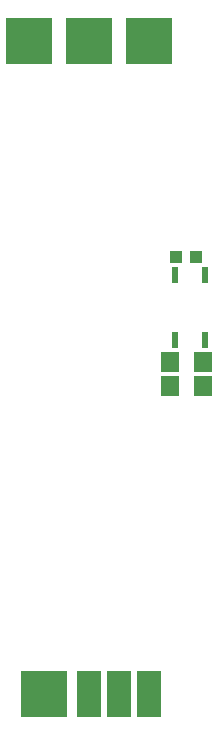
<source format=gbr>
G04 EAGLE Gerber RS-274X export*
G75*
%MOMM*%
%FSLAX34Y34*%
%LPD*%
%INSolderpaste Bottom*%
%IPPOS*%
%AMOC8*
5,1,8,0,0,1.08239X$1,22.5*%
G01*
%ADD10R,4.000000X4.000000*%
%ADD11R,2.000000X4.000000*%
%ADD12R,0.550000X1.450000*%
%ADD13R,1.600000X1.803000*%
%ADD14R,1.000000X1.100000*%


D10*
X73025Y574675D03*
X123825Y574675D03*
X174625Y574675D03*
X85725Y22225D03*
D11*
X123825Y22225D03*
X149225Y22225D03*
X174625Y22225D03*
D12*
X196850Y321750D03*
X222250Y321750D03*
X196850Y376750D03*
X222250Y376750D03*
D13*
X192155Y303213D03*
X220595Y303213D03*
X220595Y282575D03*
X192155Y282575D03*
D14*
X197875Y392113D03*
X214875Y392113D03*
M02*

</source>
